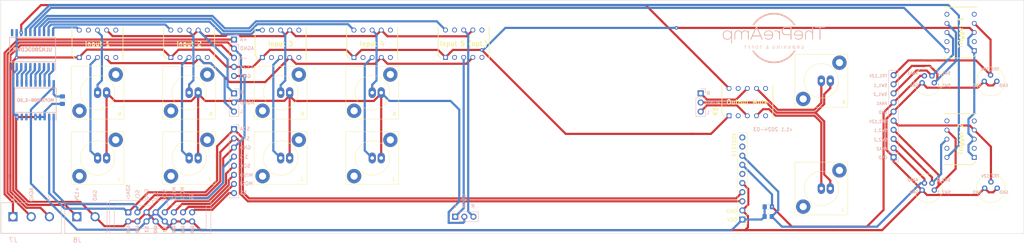
<source format=kicad_pcb>
(kicad_pcb (version 20221018) (generator pcbnew)
  (title_block (comment 1 "Preamp pcb dim 140 x 65 mm  Mounting holes 3.2 mm 5mm from edges"))
  (layers (0 "F.Cu" signal) (31 "B.Cu" signal) (34 "B.Paste" user) (35 "F.Paste" user) (36 "B.SilkS" user "B.Silkscreen") (37 "F.SilkS" user "F.Silkscreen") (38 "B.Mask" user) (39 "F.Mask" user) (44 "Edge.Cuts" user))
  (net 0 "")
  (net 1 "I2C:SCL")
  (net 2 "Audio L")
  (net 3 "Audio R")
  (net 4 "GNDA")
  (net 5 "+3.3V")
  (net 6 "+12V")
  (net 7 "A0")
  (net 8 "I2C:SDA")
  (net 9 "A1")
  (net 10 "Audio R out")
  (net 11 "Audio L out")
  (net 16 "RELAY1")
  (net 21 "RELAY2")
  (net 26 "RELAY3")
  (net 31 "RELAY4")
  (net 36 "RELAY5")
  (net 37 "Net-(IC1-1B)")
  (net 38 "Net-(IC1-2B)")
  (net 39 "+15V")
  (net 40 "-15V")
  (net 41 "Net-(IC1-3B)")
  (net 42 "Net-(IC1-4B)")
  (net 43 "Net-(IC1-5B)")
  (net 44 "Net-(IC1-6B)")
  (net 45 "Net-(IC1-7B)")
  (net 46 "Net-(IC1-8B)")
  (net 49 "RELAY8")
  (net 50 "RELAY7")
  (net 51 "RELAY6")
  (net 52 "Net-(RCA1-In)")
  (net 53 "Net-(RCA5-In)")
  (net 54 "Net-(RCA2-In)")
  (net 55 "Net-(RCA6-In)")
  (net 56 "Net-(RCA3-In)")
  (net 57 "Net-(RCA7-In)")
  (net 58 "Net-(RCA4-In)")
  (net 59 "Net-(RCA8-In)")
  (net 60 "Net-(RCA9-In)")
  (net 61 "Net-(RCA10-In)")
  (net 72 "Net-(J5-Pin_1)")
  (net 73 "Net-(J5-Pin_3)")
  (net 75 "SPI:SS")
  (net 76 "SPI:SCK")
  (net 77 "SPI:MOSI")
  (net 78 "SPI:MISO")
  (net 79 "GNDA_OUT")
  (net 86 "Trigger 2 12V out")
  (net 87 "Switch 2 pin 2")
  (net 88 "Switch 2 pin 1")
  (net 89 "Trigger 1 12V out")
  (net 90 "Switch 1 pin 2")
  (net 91 "Switch 1 pin 1")
  (net 92 "GND")
  (footprint "RCA ALI:RCA Connector ALI" (layer "F.Cu") (at 87.58 120.74)
    (fp_text reference "RCA3" hide)
    (fp_text value "RCA_Connector_ALI")
  )
  (footprint "Connector_M8:M8 3 pin" (layer "F.Cu") (at 285.43 129.15)
    (fp_text reference "J14" hide)
    (fp_text value "Conn_01x03" hide)
  )
  (footprint "MountingHole:MountingHole_3.2mm_M3" (layer "F.Cu") (at 74.58 81.74)
    (fp_text reference "REF**" hide)
    (fp_text value "MountingHole_3.2mm_M3")
  )
  (footprint "RCA ALI:RCA Connector ALI" (layer "F.Cu") (at 62.08 102.54)
    (fp_text reference "RCA7" hide)
    (fp_text value "RCA_Connector_ALI")
  )
  (footprint "EA2-12NJ:DIPS762W60P254L1420H630Q10N" (layer "F.Cu") (at 133.48 92.71 90)
    (fp_text reference "K2" hide)
    (fp_text value "Input 5 (opt.)")
  )
  (footprint "EA2-12NJ:DIPS762W60P254L1420H630Q10N" (layer "F.Cu") (at 107.98 92.74 90)
    (fp_text reference "K5" hide)
    (fp_text value "Input 4")
  )
  (footprint "MountingHole:MountingHole_3.2mm_M3" (layer "F.Cu") (at 204.58 81.74)
    (fp_text reference "REF**" hide)
    (fp_text value "MountingHole_3.2mm_M3")
  )
  (footprint "Connector_M8:M8 4 pin" (layer "F.Cu") (at 267.96 129.19)
    (fp_text reference "J13" hide)
    (fp_text value "Conn_01x04" hide)
  )
  (footprint "EA2-12NJ:DIPS762W60P254L1420H630Q10N" (layer "F.Cu") (at 56.98 92.74 90)
    (fp_text reference "K3" hide)
    (fp_text value "Input 2")
  )
  (footprint "EA2-12NJ:DIPS762W60P254L1420H630Q10N" (layer "F.Cu") (at 31.48 92.74 90)
    (fp_text reference "K1" hide)
    (fp_text value "Input 1")
  )
  (footprint "Connector_M8:M8 4 pin" (layer "F.Cu") (at 267.95 99.31)
    (fp_text reference "J11" hide)
    (fp_text value "Conn_01x04" hide)
  )
  (footprint "RCA ALI:RCA Connector ALI" (layer "F.Cu") (at 113.08 102.54)
    (fp_text reference "RCA9" hide)
    (fp_text value "RCA_Connector_ALI")
  )
  (footprint "EA2-12NJ:DIPS762W60P254L1420H630Q10N" (layer "F.Cu") (at 280.78 90.86 180)
    (fp_text reference "K7" hide)
    (fp_text value "Trigger 1")
  )
  (footprint "MountingHole:MountingHole_3.2mm_M3" (layer "F.Cu") (at 204.58 136.74)
    (fp_text reference "REF**" hide)
    (fp_text value "MountingHole_3.2mm_M3" hide)
  )
  (footprint "Connector_PinHeader_2.54mm:PinHeader_1x10_P2.54mm_Vertical" (layer "F.Cu") (at 216.18 137.88 180)
    (fp_text reference "J9" hide)
    (fp_text value "ADS1115")
  )
  (footprint "RCA ALI:RCA Connector ALI" (layer "F.Cu") (at 36.58 120.74)
    (fp_text reference "RCA1" hide)
    (fp_text value "RCA_Connector_ALI")
  )
  (footprint "EA2-12NJ:DIPS762W60P254L1420H630Q10N" (layer "F.Cu") (at 82.48 92.74 90)
    (fp_text reference "K4" hide)
    (fp_text value "Input 3")
  )
  (footprint "RCA ALI:RCA Connector ALI" (layer "F.Cu") (at 36.58 102.54)
    (fp_text reference "RCA6" hide)
    (fp_text value "RCA_Connector_ALI")
  )
  (footprint "RCA ALI:RCA Connector ALI" (layer "F.Cu") (at 113.08 120.74)
    (fp_text reference "RCA4" hide)
    (fp_text value "RCA_Connector_ALI")
  )
  (footprint "RCA ALI:RCA Connector ALI" (layer "F.Cu") (at 87.58 102.54)
    (fp_text reference "RCA8" hide)
    (fp_text value "RCA_Connector_ALI")
  )
  (footprint "EA2-12NJ:DIPS762W60P254L1420H630Q10N" (layer "F.Cu") (at 280.78 120.58 180)
    (fp_text reference "K8" hide)
    (fp_text value "Trigger 2")
  )
  (footprint "RCA ALI:RCA Connector ALI" (layer "F.Cu") (at 238.18 99.24)
    (fp_text reference "RCA10" hide)
    (fp_text value "RCA_Connector_ALI")
  )
  (footprint "Connector_M8:M8 3 pin" (layer "F.Cu") (at 285.33 99.39)
    (fp_text reference "J12" hide)
    (fp_text value "Conn_01x03" hide)
  )
  (footprint "RCA ALI:RCA Connector ALI" (layer "F.Cu") (at 62.08 120.74)
    (fp_text reference "RCA2" hide)
    (fp_text value "RCA_Connector_ALI")
  )
  (footprint "EA2-12NJ:DIPS762W60P254L1420H630Q10N" (layer "F.Cu") (at 212.49 108.98 90)
    (fp_text reference "K6")
    (fp_text value "Output Mute")
  )
  (footprint "RCA ALI:RCA Connector ALI" (layer "F.Cu") (at 238.18 129.24)
    (fp_text reference "RCA5" hide)
    (fp_text value "RCA_Connector_ALI")
  )
  (footprint "MountingHole:MountingHole_3.2mm_M3" (layer "F.Cu") (at 74.58 136.74)
    (fp_text reference "REF**" hide)
    (fp_text value "MountingHole_3.2mm_M3")
  )
  (footprint "Connector_IDC:IDC-Header_2x08_P2.54mm_Vertical" (layer "B.Cu") (at 45.13 135.87 -90)
    (fp_text reference "J3" hide)
    (fp_text value "Digital In")
  )
  (footprint "Resistor_SMD:R_0805_2012Metric_Pad1.20x1.40mm_HandSolder" (layer "B.Cu") (at 223.38 137.04 180)
    (fp_text reference "R2" hide)
    (fp_text value "10K")
  )
  (footprint "THEPREAMP_POWER_CON:TBP01R2-508-02BK (VERT)" (layer "B.Cu") (at 30.8 137.1)
    (fp_text reference "J8")
    (fp_text value "Relay Power In")
  )
  (footprint "The PreAmp logo:The PreAmp logo" (layer "B.Cu") (at 224.973641 87.363254 180)
    (fp_text reference "G***" hide)
    (fp_text value "LOGO" hide)
  )
  (footprint "Connector_PinSocket_2.54mm:PinSocket_1x10_P2.54mm_Vertical" (layer "B.Cu") (at 258.31 120.52)
    (fp_text reference "J10" hide)
    (fp_text value "Switch & trigger outputs and analog inputs")
  )
  (footprint "ULN2803:SOIC127P1030X265-20N" (layer "B.Cu") (at 18.48 90.54 90)
    (fp_text reference "IC1" hide)
    (fp_text value "ULN2803CDWR")
  )
  (footprint "Connector_PinHeader_2.54mm:PinHeader_1x03_P2.54mm_Vertical" (layer "B.Cu") (at 136.195 137.09 -90)
    (fp_text reference "J5" hide)
    (fp_text value "Conn_01x03_Pin")
  )
  (footprint "Connector_PinHeader_2.54mm:PinHeader_1x03_P2.54mm_Vertical" (layer "B.Cu") (at 74.58 102.74 180)
    (fp_text reference "J1" hide)
    (fp_text value "To preamp")
  )
  (footprint "Connector_PinHeader_2.54mm:PinHeader_1x05_P2.54mm_Vertical" (layer "B.Cu") (at 74.58 87.74 180)
    (fp_text reference "J6" hide)
    (fp_text value "Power Out")
  )
  (footprint "Capacitor_SMD:C_0805_2012Metric_Pad1.18x1.45mm_HandSolder" (layer "B.Cu") (at 26.77 104.63 -90)
    (fp_text reference "C1" hide)
    (fp_text value "0.1uF")
  )
  (footprint "Connector_PinHeader_2.54mm:PinHeader_1x03_P2.54mm_Vertical" (layer "B.Cu") (at 204.58 102.74 180)
    (fp_text reference "J2" hide)
    (fp_text value "From preamp")
  )
  (footprint "MCP23008:SOIC127P1030X265-18N" (layer "B.Cu") (at 19.28 104.64 90)
    (fp_text reference "U1" hide)
    (fp_text value "MCP23008-E_SO")
  )
  (footprint "Connector_PinHeader_2.54mm:PinHeader_1x08_P2.54mm_Vertical" (layer "B.Cu") (at 74.58 112.74 180)
    (fp_text reference "J4" hide)
    (fp_text value "Digital Pass Through")
  )
  (footprint "Resistor_SMD:R_0805_2012Metric_Pad1.20x1.40mm_HandSolder" (layer "B.Cu") (at 223.41 134.33)
    (fp_text reference "R1" hide)
    (fp_text value "10K")
  )
  (footprint "THEPREAMP_POWER_CON:TBP01R2-508-03BK (VERT)" (layer "B.Cu") (at 13.01 137.1)
    (fp_text reference "J7")
    (fp_text value "Audio Power In")
  )
  (gr_rect (start 9.61 76.78) (end 294.61 141.78) (stroke (width 0.1)) (fill none) (layer "Edge.Cuts"))
  (gr_text "R" (at 207.3 103.34) (layer "B.SilkS") (effects (font (size 1 1)) (justify left bottom mirror)))
  (gr_text "GND" (at 79.377619 118.4478) (layer "B.SilkS") (effects (font (size 1 1)) (justify left bottom mirror)))
  (gr_text "SW1_1" (at 256.66 101) (layer "B.SilkS") (effects (font (size 0.8 0.8)) (justify left bottom mirror)))
  (gr_text "3.3" (at 50.72 139.46 90) (layer "B.SilkS") (effects (font (size 0.8 0.8)) (justify left bottom mirror)))
  (gr_text "GND" (at 48.13 139.46 90) (layer "B.SilkS") (effects (font (size 0.8 0.7)) (justify left bottom mirror)))
  (gr_text "+12V" (at 80.33 96.0196) (layer "B.SilkS") (effects (font (size 1 1)) (justify left bottom mirror)))
  (gr_text "AGND" (at 18.76 128.9 90) (layer "B.SilkS") (effects (font (size 1 1)) (justify left bottom mirror)))
  (gr_text "MISO" (at 79.949047 126.1186) (layer "B.SilkS") (effects (font (size 1 1)) (justify left bottom mirror)))
  (gr_text "3.3" (at 53.4032 129.878572 90) (layer "B.SilkS") (effects (font (size 1 1)) (justify left bottom mirror)))
  (gr_text "SW2_2" (at 274.32 127.3) (layer "B.SilkS") (effects (font (size 0.8 0.8)) (justify left bottom mirror)))
  (gr_text "GND" (at 265.32 101) (layer "B.SilkS") (effects (font (size 0.8 0.8)) (justify left bottom mirror)))
  (gr_text "R" (at 141.75 134.72) (layer "B.SilkS") (effects (font (size 1 1)) (justify left bottom mirror)))
  (gr_text "ANA2" (at 265.2 127.3) (layer "B.SilkS") (effects (font (size 0.8 0.8)) (justify left bottom mirror)))
  (gr_text "-A" (at 78.425238 93.4796) (layer "B.SilkS") (effects (font (size 1 1)) (justify left bottom mirror)))
  (gr_text "MOSI" (at 60.82 128.640477 90) (layer "B.SilkS") (effects (font (size 1 1)) (justify left bottom mirror)))
  (gr_text "3.3" (at 55.82 139.46 90) (layer "B.SilkS") (effects (font (size 0.8 0.8)) (justify left bottom mirror)))
  (gr_text "GND" (at 58.3 139.46 90) (layer "B.SilkS") (effects (font (size 0.8 0.7)) (justify left bottom mirror)))
  (gr_text "SDA" (at 79.139524 113.2154) (layer "B.SilkS") (effects (font (size 1 1)) (justify left bottom mirror)))
  (gr_text "GND" (at 256.68 108.49) (layer "B.SilkS") (effects (font (size 0.8 0.8)) (justify left bottom mirror)))
  (gr_text "GND" (at 36.45 129.56 90) (layer "B.SilkS") (effects (font (size 1 1)) (justify left bottom mirror)))
  (gr_text "SW1_2" (at 256.59 103.49) (layer "B.SilkS") (effects (font (size 0.8 0.8)) (justify left bottom mirror)))
  (gr_text "SW1_2" (at 274.3 97.57) (layer "B.SilkS") (effects (font (size 0.8 0.8)) (justify left bottom mirror)))
  (gr_text "TR1_12V" (at 256.64 98.34) (layer "B.SilkS") (effects (font (size 0.8 0.8)) (justify left bottom mirror)))
  (gr_text "GND" (at 53.2 139.46 90) (layer "B.SilkS") (effects (font (size 0.8 0.7)) (justify left bottom mirror)))
  (gr_text "GND" (at 290.32 101.02) (layer "B.SilkS") (effects (font (size 0.8 0.8)) (justify left bottom mirror)))
  (gr_text "GND" (at 79.377619 98.5342) (layer "B.SilkS") (effects (font (size 1 1)) (justify left bottom mirror)))
  (gr_text "v1.1 2024-03 " (at 230.16 113.36) (layer "B.SilkS") (effects (font (size 1 1)) (justify left bottom mirror)))
  (gr_text "AGND" (at 80.234762 105.86) (layer "B.SilkS") (effects (font (size 1 1)) (justify left bottom mirror)))
  (gr_text "ANA1" (at 256.59 106) (layer "B.SilkS") (effects (font (size 0.8 0.8)) (justify left bottom mirror)))
  (gr_text "GND" (at 282.89 101.02) (layer "B.SilkS") (effects (font (size 0.8 0.8)) (justify left bottom mirror)))
  (gr_text "R" (at 77.33 103.03) (layer "B.SilkS") (effects (font (size 1 1)) (justify left bottom mirror)))
  (gr_text "SW2_1" (at 274.32 130.74) (layer "B.SilkS") (effects (font (size 0.8 0.8)) (justify left bottom mirror)))
  (gr_text "GND" (at 63.41 139.46 90) (layer "B.SilkS") (effects (font (size 0.8 0.7)) (justify left bottom mirror)))
  (gr_text "TR2_12V" (at 256.61 111.05) (layer "B.SilkS") (effects (font (size 0.8 0.8)) (justify left bottom mirror)))
  (gr_text "SW1_1" (at 274.3 101.01) (layer "B.SilkS") (effects (font (size 0.8 0.8)) (justify left bottom mirror)))
  (gr_text "3.3" (at 78.710952 121.0386) (layer "B.SilkS") (effects (font (size 1 1)) (justify left bottom mirror)))
  (gr_text "ANA2" (at 256.62 118.68) (layer "B.SilkS") (effects (font (size 0.8 0.8)) (justify left bottom mirror)))
  (gr_text "SDA" (at 45.69 128.03 90) (layer "B.SilkS") (effects (font (size 1 1)) (justify left bottom mirror)))
  (gr_text "GND" (at 282.91 130.75) (layer "B.SilkS") (effects (font (size 0.8 0.8)) (justify left bottom mirror)))
  (gr_text "GND" (at 256.64 121.09) (layer "B.SilkS") (effects (font (size 0.8 0.8)) (justify left bottom mirror)))
  (gr_text "GND" (at 60.84 139.46 90) (layer "B.SilkS") (effects (font (size 0.8 0.7)) (justify left bottom mirror)))
  (gr_text "TR2_12V" (at 287.83 126.22) (layer "B.SilkS") (effects (font (size 0.8 0.8)) (justify left bottom mirror)))
  (gr_text "SW2_2" (at 256.72 116.13) (layer "B.SilkS") (effects (font (size 0.8 0.8)) (justify left bottom mirror)))
  (gr_text "MOSI" (at 79.949047 128.4554) (layer "B.SilkS") (effects (font (size 1 1)) (justify left bottom mirror)))
  (gr_text "AGND" (at 80.234762 90.78) (layer "B.SilkS") (effects (font (size 1 1)) (justify left bottom mirror)))
  (gr_text "L" (at 207.1 108.58) (layer "B.SilkS") (effects (font (size 1 1)) (justify left bottom mirror)))
  (gr_text "+A" (at 78.425238 88.298) (layer "B.SilkS") (effects (font (size 1 1)) (justify left bottom mirror)))
  (gr_text "AGND" (at 210.07 105.9) (layer "B.SilkS") (effects (font (size 1 1)) (justify left bottom mirror)))
  (gr_text "+A" (at 13.64 130.68 90) (layer "B.SilkS") (effects (font (size 1 1)) (justify left bottom mirror)))
  (gr_text "L" (at 136.59 134.72) (layer "B.SilkS") (effects (font (size 1 1)) (justify left bottom mirror)))
  (gr_text "SS" (at 63.3346 130.354762 90) (layer "B.SilkS") (effects (font (size 1 1)) (justify left bottom mirror)))
  (gr_text "L" (at 77.139524 108.2878) (layer "B.SilkS") (effects (font (size 1 1)) (justify left bottom mirror)))
  (gr_text "SW2_1" (at 256.7 113.53) (layer "B.SilkS") (effects (font (size 0.8 0.8)) (justify left bottom mirror)))
  (gr_text "SCL" (at 79.091905 115.9586) (layer "B.SilkS") (effects (font (size 1 1)) (justify left bottom mirror)))
  (gr_text "SCL" (at 48.3232 129.497619 90) (layer "B.SilkS") (effects (font (size 1 1)) (justify left bottom mirror)))
  (gr_text "ANA1" (at 265.18 97.57) (layer "B.SilkS") (effects (font (size 0.8 0.8)) (justify left bottom mirror)))
  (gr_text "TR1_12V" (at 287.81 96.49) (layer "B.SilkS") (effects (font (size 0.8 0.8)) (justify left bottom mirror)))
  (gr_text "GND" (at 265.34 130.73) (layer "B.SilkS") (effects (font (size 0.8 0.8)) (justify left bottom mirror)))
  (gr_text "-A" (at 23.49 130.66 90) (layer "B.SilkS") (effects (font (size 1 1)) (justify left bottom mirror)))
  (gr_text "GND" (at 45.62 139.46 90) (layer "B.SilkS") (effects (font (size 0.8 0.7)) (justify left bottom mirror)))
  (gr_text "AGND" (at 138.03 134.79 -90) (layer "B.SilkS") (effects (font (size 1 1)) (justify left bottom mirror)))
  (gr_text "SS" (at 78.234762 130.97) (layer "B.SilkS") (effects (font (size 1 1)) (justify left bottom mirror)))
  (gr_text "GND" (at 290.34 130.75) (layer "B.SilkS") (effects (font (size 0.8 0.8)) (justify left bottom mirror)))
  (gr_text "SCK" (at 79.282381 123.5532) (layer "B.SilkS") (effects (font (size 1 1)) (justify left bottom mirror)))
  (gr_text "GND" (at 50.8124 129.211905 90) (layer "B.SilkS") (effects (font (size 1 1)) (justify left bottom mirror)))
  (gr_text "SCK" (at 55.9178 129.307143 90) (layer "B.SilkS") (effects (font (size 1 1)) (justify left bottom mirror)))
  (gr_text "MISO" (at 58.4832 128.640477 90) (layer "B.SilkS") (effects (font (size 1 1)) (justify left bottom mirror)))
  (gr_text "+12V" (at 31.41 128.71 90) (layer "B.SilkS") (effects (font (size 1 1)) (justify left bottom mirror)))
  (gr_text "R" (at 42.11 109.12) (layer "F.SilkS") (effects (font (size 1 1)) (justify left bottom)))
  (gr_text "L" (at 67.52 127.13) (layer "F.SilkS") (effects (font (size 1 1)) (justify left bottom)))
  (gr_text "R" (at 67.54 109.11) (layer "F.SilkS") (effects (font (size 1 1)) (justify left bottom)))
  (gr_text "L" (at 118.61 127.12) (layer "F.SilkS") (effects (font (size 1 1)) (justify left bottom)))
  (gr_text "VDD" (at 211.83 138.53) (layer "F.SilkS") (effects (font (size 1 1)) (justify left bottom)))
  (gr_text "ADS1115" (at 213.24 113.7 -90) (layer "F.SilkS") (effects (font (size 1 1)) (justify left bottom)))
  (gr_text "L" (at 243.69 135.68) (layer "F.SilkS") (effects (font (size 1 1)) (justify left bottom)))
  (gr_text "L" (at 93.06 127.1) (layer "F.SilkS") (effects (font (size 1 1)) (justify left bottom)))
  (gr_text "R" (at 118.63 109.1) (layer "F.SilkS") (effects (font (size 1 1)) (justify left bottom)))
  (gr_text "L" (at 42.09 127.14) (layer "F.SilkS") (effects (font (size 1 1)) (justify left bottom)))
  (gr_text "R" (at 93.08 109.08) (layer "F.SilkS") (effects (font (size 1 1)) (justify left bottom)))
  (gr_text "GND" (at 211.62 136.16) (layer "F.SilkS") (effects (font (size 1 1)) (justify left bottom)))
  (gr_text "R" (at 243.85 105.87) (layer "F.SilkS") (effects (font (size 1 1)) (justify left bottom)))
  (segment (start 70.76 127.27452) (end 66.93726 131.09726) (width 0.6) (layer "F.Cu") (net 1))
  (segment (start 74.58 115.28) (end 70.75 119.11) (width 0.6) (layer "F.Cu") (net 1))
  (segment (start 76.229511 116.229511) (end 74.88 114.88) (width 0.6) (layer "F.Cu") (net 1))
  (segment (start 70.76 119.12) (end 70.76 127.27452) (width 0.6) (layer "F.Cu") (net 1))
  (segment (start 52.44274 131.09726) (end 47.67 135.87) (width 0.6) (layer "F.Cu") (net 1))
  (segment (start 216.18 132.8) (end 78.44 132.8) (width 0.6) (layer "F.Cu") (net 1))
  (segment (start 78.44 132.8) (end 76.229511 130.589511) (width 0.6) (layer "F.Cu") (net 1))
  (segment (start 66.93726 131.09726) (end 52.44274 131.09726) (width 0.6) (layer "F.Cu") (net 1))
  (segment (start 76.229511 130.589511) (end 76.229511 116.229511) (width 0.6) (layer "F.Cu") (net 1))
  (segment (start 70.75 119.11) (end 70.76 119.12) (width 0.6) (layer "F.Cu") (net 1))
  (segment (start 47.67 134.65) (end 47.67 135.87) (width 0.6) (layer "B.Cu") (net 1))
  (segment (start 24.36 109.315) (end 24.36 130.16) (width 0.6) (layer "B.Cu") (net 1))
  (segment (start 46.6 133.58) (end 47.67 134.65) (width 0.6) (layer "B.Cu") (net 1))
  (segment (start 27.78 133.58) (end 46.6 133.58) (width 0.6) (layer "B.Cu") (net 1))
  (segment (start 24.36 130.16) (end 27.78 133.58) (width 0.6) (layer "B.Cu") (net 1))
  (segment (start 63.425489 94.314511) (end 64.6 93.14) (width 0.6) (layer "F.Cu") (net 2))
  (segment (start 90.1 92.74) (end 83.25 99.59) (width 0.6) (layer "F.Cu") (net 2))
  (segment (start 39.1 93.14) (end 40.274511 94.314511) (width 0.6) (layer "F.Cu") (net 2))
  (segment (start 113.84 94.5) (end 91.86 94.5) (width 0.6) (layer "F.Cu") (net 2))
  (segment (start 64.6 92.74) (end 66.15 94.29) (width 0.6) (layer "F.Cu") (net 2))
  (segment (start 115.6 92.74) (end 117.35 94.49) (width 0.6) (layer "F.Cu") (net 2))
  (segment (start 73.39 99.59) (end 68.09 94.29) (width 0.6) (layer "F.Cu") (net 2))
  (segment (start 40.274511 94.314511) (end 63.425489 94.314511) (width 0.6) (layer "F.Cu") (net 2))
  (segment (start 83.25 99.59) (end 73.39 99.59) (width 0.6) (layer "F.Cu") (net 2))
  (segment (start 91.86 94.5) (end 90.1 92.74) (width 0.6) (layer "F.Cu") (net 2))
  (segment (start 117.35 94.49) (end 139.32 94.49) (width 0.6) (layer "F.Cu") (net 2))
  (segment (start 68.09 94.29) (end 66.15 94.29) (width 0.6) (layer "F.Cu") (net 2))
  (segment (start 139.32 94.49) (end 141.1 92.71) (width 0.6) (layer "F.Cu") (net 2))
  (segment (start 115.6 92.74) (end 113.84 94.5) (width 0.6) (layer "F.Cu") (net 2))
  (segment (start 68.08 94.32) (end 71.98048 98.22048) (width 0.6) (layer "B.Cu") (net 2))
  (segment (start 64.6 92.74) (end 66.18 94.32) (width 0.6) (layer "B.Cu") (net 2))
  (segment (start 71.98048 105.22048) (end 74.58 107.82) (width 0.6) (layer "B.Cu") (net 2))
  (segment (start 66.18 94.32) (end 68.08 94.32) (width 0.6) (layer "B.Cu") (net 2))
  (segment (start 71.98048 98.22048) (end 71.98048 105.22048) (width 0.6) (layer "B.Cu") (net 2))
  (segment (start 66.23 86.75) (end 72.28 86.75) (width 0.6) (layer "F.Cu") (net 3))
  (segment (start 115.6 85.12) (end 117.32 86.84) (width 0.6) (layer "F.Cu") (net 3))
  (segment (start 117.32 86.84) (end 139.35 86.84) (width 0.6) (layer "F.Cu") (net 3))
  (segment (start 77.28 86.82) (end 77.3 86.8) (width 0.6) (layer "F.Cu") (net 3))
  (segment (start 113.92 86.8) (end 115.6 85.12) (width 0.6) (layer "F.Cu") (net 3))
  (segment (start 64.6 85.12) (end 62.92 86.8) (width 0.6) (layer "F.Cu") (net 3))
  (segment (start 90.1 85.12) (end 91.78 86.8) (width 0.6) (layer "F.Cu") (net 3))
  (segment (start 88.42 86.8) (end 90.1 85.12) (width 0.6) (layer "F.Cu") (net 3))
  (segment (start 40.78 86.8) (end 39.1 85.12) (width 0.6) (layer "F.Cu") (net 3))
  (segment (start 75.79 86.25) (end 76.36 86.82) (width 0.6) (layer "F.Cu") (net 3))
  (segment (start 76.36 86.82) (end 77.28 86.82) (width 0.6) (layer "F.Cu") (net 3))
  (segment (start 91.78 86.8) (end 113.92 86.8) (width 0.6) (layer "F.Cu") (net 3))
  (segment (start 62.92 86.8) (end 40.78 86.8) (width 0.6) (layer "F.Cu") (net 3))
  (segment (start 64.6 85.12) (end 66.23 86.75) (width 0.6) (layer "F.Cu") (net 3))
  (segment (start 139.35 86.84) (end 141.1 85.09) (width 0.6) (layer "F.Cu") (net 3))
  (segment (start 72.28 86.75) (end 72.78 86.25) (width 0.6) (layer "F.Cu") (net 3))
  (segment (start 77.3 86.8) (end 88.42 86.8) (width 0.6) (layer "F.Cu") (net 3))
  (segment (start 72.78 86.25) (end 75.79 86.25) (width 0.6) (layer "F.Cu") (net 3))
  (segment (start 72.78 100.94) (end 74.58 102.74) (width 0.6) (layer "B.Cu") (net 3))
  (segment (start 72.78 93.3) (end 72.78 100.94) (width 0.6) (layer "B.Cu") (net 3))
  (segment (start 64.6 85.12) (end 72.78 93.3) (width 0.6) (layer "B.Cu") (net 3))
  (segment (start 74.58 105.28) (end 75.04 104.82) (width 0.6) (layer "F.Cu") (net 4))
  (segment (start 11.48 130.49) (end 11.48 91.794416) (width 0.6) (layer "F.Cu") (net 4))
  (segment (start 90.08 103.43) (end 91.51 104.86) (width 0.6) (layer "F.Cu") (net 4))
  (segment (start 64.58 102.54) (end 64.58 102.96) (width 0.6) (layer "F.Cu") (net 4))
  (segment (start 18.09 137.1) (end 11.48 130.49) (width 0.6) (layer "F.Cu") (net 4))
  (segment (start 91.51 104.86) (end 113.51 104.86) (width 0.6) (layer "F.Cu") (net 4))
  (segment (start 90.08 102.54) (end 90.08 120.74) (width 0.6) (layer "F.Cu") (net 4))
  (segment (start 115.58 102.79) (end 115.58 102.54) (width 0.6) (layer "F.Cu") (net 4))
  (segment (start 90.08 102.54) (end 90.08 103.43) (width 0.6) (layer "F.Cu") (net 4))
  (segment (start 66.59 104.85) (end 64.58 102.84) (width 0.6) (layer "F.Cu") (net 4))
  (segment (start 39.08 120.74) (end 39.08 102.54) (width 0.6) (layer "F.Cu") (net 4))
  (segment (start 64.58 102.54) (end 64.58 104.13) (width 0.6) (layer "F.Cu") (net 4))
  (segment (start 74.15 104.85) (end 66.59 104.85) (width 0.6) (layer "F.Cu") (net 4))
  (segment (start 64.58 102.54) (end 64.58 120.74) (width 0.6) (layer "F.Cu") (net 4))
  (segment (start 64.58 102.96) (end 62.67 104.87) (width 0.6) (layer "F.Cu") (net 4))
  (segment (start 74.58 105.28) (end 74.15 104.85) (width 0.6) (layer "F.Cu") (net 4))
  (segment (start 75.04 104.82) (end 88.62 104.82) (width 0.6) (layer "F.Cu") (net 4))
  (segment (start 90.08 103.36) (end 90.08 102.54) (width 0.6) (layer "F.Cu") (net 4))
  (segment (start 64.58 102.84) (end 64.58 102.54) (width 0.6) (layer "F.Cu") (net 4))
  (segment (start 11.48 91.794416) (end 14.734415 88.54) (width 0.6) (layer "F.Cu") (net 4))
  (segment (start 88.62 104.82) (end 90.08 103.36) (width 0.6) (layer "F.Cu") (net 4))
  (segment (start 17.68 137.04) (end 17.76 137.04) (width 0.6) (layer "F.Cu") (net 4))
  (segment (start 72.84 88.54) (end 74.58 90.28) (width 0.6) (layer "F.Cu") (net 4))
  (segment (start 14.734415 88.54) (end 72.84 88.54) (width 0.6) (layer "F.Cu") (net 4))
  (segment (start 41.41 104.87) (end 39.08 102.54) (width 0.6) (layer "F.Cu") (net 4))
  (segment (start 64.58 102.54) (end 64.58 103.87) (width 0.6) (layer "F.Cu") (net 4))
  (segment (start 113.51 104.86) (end 115.58 102.79) (width 0.6) (layer "F.Cu") (net 4))
  (segment (start 115.58 102.54) (end 115.58 120.74) (width 0.6) (layer "F.Cu") (net 4))
  (segment (start 62.67 104.87) (end 41.41 104.87) (width 0.6) (layer "F.Cu") (net 4))
  (segment (start 65.24 102.54) (end 64.58 102.54) (width 0.6) (layer "F.Cu") (net 4))
  (segment (start 138.735 137.09) (end 138.735 138.485) (width 0.6) (layer "B.Cu") (net 4))
  (segment (start 134.38 135.82) (end 137.32 132.88) (width 0.6) (layer "B.Cu") (net 4))
  (segment (start 138.735 138.485) (end 138.42 138.8) (width 0.6) (layer "B.Cu") (net 4))
  (segment (start 137.32 132.88) (end 137.32 107.27) (width 0.6) (layer "B.Cu") (net 4))
  (segment (start 76.51 92.21) (end 76.51 104.15) (width 0.6) (layer "B.Cu") (net 4))
  (segment (start 134.38 138.8) (end 134.38 135.82) (width 0.6) (layer "B.Cu") (net 4))
  (segment (start 76.51 104.15) (end 75.93 104.73) (width 0.6) (layer "B.Cu") (net 4))
  (segment (start 134.9 104.85) (end 117.89 104.85) (width 0.6) (layer "B.Cu") (net 4))
  (segment (start 137.32 107.27) (end 134.9 104.85) (width 0.6) (layer "B.Cu") (net 4))
  (segment (start 138.42 138.8) (end 134.38 138.8) (width 0.6) (layer "B.Cu") (net 4))
  (segment (start 75.13 104.73) (end 74.58 105.28) (width 0.6) (layer "B.Cu") (net 4))
  (segment (start 75.93 104.73) (end 75.13 104.73) (width 0.6) (layer "B.Cu") (net 4))
  (segment (start 74.58 90.28) (end 76.51 92.21) (width 0.6) (layer "B.Cu") (net 4))
  (segment (start 117.89 104.85) (end 115.58 102.54) (width 0.6) (layer "B.Cu") (net 4))
  (segment (start 17.9425 109.3825) (end 18.01 109.315) (width 0.6) (layer "B.Cu") (net 5))
  (segment (start 48.985 139.635) (end 52.75 135.87) (width 0.6) (layer "B.Cu") (net 5))
  (segment (start 213.24 140.82) (end 57.7 140.82) (width 0.6) (layer "B.Cu") (net 5))
  (segment (start 67.26 131.92) (end 71.56 127.62) (width 0.6) (layer "B.Cu") (net 5))
  (segment (start 24.36 100.944022) (end 24.36 99.965) (width 0.6) (layer "B.Cu") (net 5))
  (segment (start 222.38 134.44) (end 222.48 134.34) (width 0.6) (layer "B.Cu") (net 5))
  (segment (start 18.01 107.294022) (end 24.36 100.944022) (width 0.6) (layer "B.Cu") (net 5))
  (segment (start 47.91 140.71) (end 48.985 139.635) (width 0.6) (layer "B.Cu") (net 5))
  (segment (start 18.01 109.315) (end 18.01 107.294022) (width 0.6) (layer "B.Cu") (net 5))
  (segment (start 30.86 140.71) (end 47.91 140.71) (width 0.6) (layer "B.Cu") (net 5))
  (segment (start 26.77 103.5925) (end 24.9325 103.5925) (width 0.6) (layer "B.Cu") (net 5))
  (segment (start 71.56 123.38) (end 74.58 120.36) (width 0.6) (layer "B.Cu") (net 5))
  (segment (start 24.36 103.02) (end 24.36 99.965) (width 0.6) (layer "B.Cu") (net 5))
  (segment (start 71.56 127.62) (end 71.56 123.38) (width 0.6) (layer "B.Cu") (net 5))
  (segment (start 216.18 137.88) (end 221.54 137.88) (width 0.6) (layer "B.Cu") (net 5))
  (segment (start 216.18 137.88) (end 213.24 140.82) (width 0.6) (layer "B.Cu") (net 5))
  (segment (start 56.7 131.92) (end 67.26 131.92) (width 0.6) (layer "B.Cu") (net 5))
  (segment (start 48.985 139.635) (end 50.21 138.41) (width 0.6) (layer "B.Cu") (net 5))
  (segment (start 18.01 127.86) (end 30.86 140.71) (width 0.6) (layer "B.Cu") (net 5))
  (segment (start 24.9325 103.5925) (end 24.36 103.02) (width 0.6) (layer "B.Cu") (net 5))
  (segment (start 57.7 140.82) (end 52.75 135.87) (width 0.6) (layer "B.Cu") (net 5))
  (segment (start 18.01 109.315) (end 18.01 127.86) (width 0.6) (layer "B.Cu") (net 5))
  (segment (start 52.75 135.87) (end 56.7 131.92) (width 0.6) (layer "B.Cu") (net 5))
  (segment (start 221.54 137.88) (end 222.38 137.04) (width 0.6) (layer "B.Cu") (net 5))
  (segment (start 222.38 137.04) (end 222.38 134.44) (width 0.6) (layer "B.Cu") (net 5))
  (segment (start 30.8 137.1) (end 30.8 137.03) (width 0.6) (layer "F.Cu") (net 6))
  (segment (start 31.48 92.62) (end 33.54 90.56) (width 0.6) (layer "F.Cu") (net 6))
  (segment (start 133.48 92.69) (end 131.43 90.64) (width 0.6) (layer "F.Cu") (net 6))
  (segment (start 74.58 95.36) (end 72.554511 95.36) (width 0.6) (layer "F.Cu") (net 6))
  (segment (start 67.774511 90.58) (end 59.14 90.58) (width 0.6) (layer "F.Cu") (net 6))
  (segment (start 17.05274 133.8) (end 13.08 129.82726) (width 0.6) (layer "F.Cu") (net 6))
  (segment (start 84.6 90.62) (end 105.86 90.62) (width 0.6) (layer "F.Cu") (net 6))
  (segment (start 33.54 90.56) (end 54.8 90.56) (width 0.6) (layer "F.Cu") (net 6))
  (segment (start 280.78 85.78) (end 279.5 84.5) (width 0.6) (layer "F.Cu") (net 6))
  (segment (start 207.45 114.02) (end 212.49 108.98) (width 0.6) (layer "F.Cu") (net 6))
  (segment (start 143.6 90.64) (end 135.55 90.64) (width 0.6) (layer "F.Cu") (net 6))
  (segment (start 13.08 93.7) (end 13.485 93.295) (width 0.6) (layer "F.Cu") (net 6))
  (segment (start 31.48 92.74) (end 31.48 92.62) (width 0.6) (layer "F.Cu") (net 6))
  (segment (start 13.485 93.295) (end 14.03 92.75) (width 0.6) (layer "F.Cu") (net 6))
  (segment (start 202.37 114.02) (end 166.98 114.02) (width 0.6) (layer "F.Cu") (net 6))
  (segment (start 201.84 114.02) (end 202.37 114.02) (width 0.6) (layer "F.Cu") (net 6))
  (segment (start 110.08 90.64) (end 131.43 90.64) (width 0.6) (layer "F.Cu") (net 6))
  (segment (start 202.37 114.02) (end 207.45 114.02) (width 0.6) (layer "F.Cu") (net 6))
  (segment (start 13.08 129.82726) (end 13.08 93.7) (width 0.6) (layer "F.Cu") (net 6))
  (segment (start 279.5 84.5) (end 197.8 84.5) (width 0.6) (layer "F.Cu") (net 6))
  (segment (start 14.04 92.74) (end 31.48 92.74) (width 0.6) (layer "F.Cu") (net 6))
  (segment (start 135.55 90.64) (end 133.48 92.71) (width 0.6) (layer "F.Cu") (net 6))
  (segment (start 54.8 90.56) (end 56.98 92.74) (width 0.6) (layer "F.Cu") (net 6))
  (segment (start 27.53 133.8) (end 17.05274 133.8) (width 0.6) (layer "F.Cu") (net 6))
  (segment (start 30.8 137.03) (end 27.55 133.78) (width 0.6) (layer "F.Cu") (net 6))
  (segment (start 72.554511 95.36) (end 67.774511 90.58) (width 0.6) (layer "F.Cu") (net 6))
  (segment (start 74.58 95.36) (end 79.86 95.36) (width 0.6) (layer "F.Cu") (net 6))
  (segment (start 133.48 92.71) (end 133.48 92.69) (width 0.6) (layer "F.Cu") (net 6))
  (segment (start 105.86 90.62) (end 107.98 92.74) (width 0.6) (layer "F.Cu") (net 6))
  (segment (start 13.485 93.295) (end 14.04 92.74) (width 0.6) (layer "F.Cu") (net 6))
  (segment (start 79.86 95.36) (end 82.48 92.74) (width 0.6) (layer "F.Cu") (net 6))
  (segment (start 166.98 114.02) (end 143.6 90.64) (width 0.6) (layer "F.Cu") (net 6))
  (segment (start 56.98 92.74) (end 59.14 90.58) (width 0.6) (layer "F.Cu") (net 6))
  (segment (start 82.48 92.74) (end 84.6 90.62) (width 0.6) (layer "F.Cu") (net 6))
  (segment (start 107.98 92.74) (end 110.08 90.64) (width 0.6) (layer "F.Cu") (net 6))
  (segment (start 27.55 133.78) (end 27.53 133.8) (width 0.6) (layer "F.Cu") (net 6))
  (via (at 14.03 92.75) (size 1) (drill 0.4) (layers "F.Cu" "B.Cu") (net 6))
  (via (at 143.6 90.64) (size 1) (drill 0.4) (layers "F.Cu" "B.Cu") (net 6))
  (via (at 197.8 84.5) (size 1) (drill 0.4) (layers "F.Cu" "B.Cu") (net 6))
  (segment (start 150.16 84.5) (end 144.02 90.64) (width 0.6) (layer "B.Cu") (net 6))
  (segment (start 197.8 84.5) (end 150.16 84.5) (width 0.6) (layer "B.Cu") (net 6))
  (segment (start 280.78 85.78) (end 279.13 87.43) (width 0.6) (layer "B.Cu") (net 6))
  (segment (start 279.17 113.89) (end 280.78 115.5) (width 0.6) (layer "B.Cu") (net 6))
  (segment (start 279.13 89.21) (end 280.78 90.86) (width 0.6) (layer "B.Cu") (net 6))
  (segment (start 280.78 90.86) (end 280.78 108.3) (width 0.6) (layer "B.Cu") (net 6))
  (segment (start 280.78 108.3) (end 279.17 109.91) (width 0.6) (layer "B.Cu") (net 6))
  (segment (start 279.18 118.98) (end 280.78 120.58) (width 0.6) (layer "B.Cu") (net 6))
  (segment (start 279.17 109.91) (end 279.17 113.89) (width 0.6) (layer "B.Cu") (net 6))
  (segment (start 144.02 90.64) (end 143.6 90.64) (width 0.6) (layer "B.Cu") (net 6))
  (segment (start 280.78 115.5) (end 279.18 117.1) (width 0.6) (layer "B.Cu") (net 6))
  (segment (start 14.035 85.815) (end 14.03 85.82) (width 0.6) (layer "B.Cu") (net 6))
  (segment (start 279.13 87.43) (end 279.13 89.21) (width 0.6) (layer "B.Cu") (net 6))
  (segment (start 279.18 117.1) (end 279.18 118.98) (width 0.6) (layer "B.Cu") (net 6))
  (segment (start 14.03 85.82) (end 14.03 92.75) (width 0.6) (layer "B.Cu") (net 6))
  (segment (start 258.31 105.28) (end 255.52 108.07) (width 0.6) (layer "F.Cu") (net 7))
  (segment (start 255.52 135.2) (end 250.84 139.88) (width 0.6) (layer "F.Cu") (net 7))
  (segment (start 250.84 139.88) (end 230 139.88) (width 0.6) (layer "F.Cu") (net 7))
  (segment (start 255.52 108.07) (end 255.52 135.2) (width 0.6) (layer "F.Cu") (net 7))
  (segment (start 230 139.88) (end 224.45 134.33) (width 0.6) (layer "F.Cu") (net 7))
  (segment (start 259.035 104.555) (end 258.31 105.28) (width 0.6) (layer "F.Cu") (net 7))
  (segment (start 265.73 97.86) (end 259.035 104.555) (width 0.6) (layer "F.Cu") (net 7))
  (segment (start 266.9 97.86) (end 265.73 97.86) (width 0.6) (layer "F.Cu") (net 7))
  (via (at 224.45 134.33) (size 1) (drill 0.4) (layers "F.Cu" "B.Cu") (net 7))
  (segment (start 224.45 134.33) (end 224.45 130.91) (width 0.6) (layer "B.Cu") (net 7))
  (segment (start 224.45 130.91) (end 216.18 122.64) (width 0.6) (layer "B.Cu") (net 7))
  (segment (start 224.48 134.34) (end 224.45 134.33) (width 0.6) (layer "B.Cu") (net 7))
  (segment (start 74.58 112.74) (end 77.05 115.21) (width 0.6) (layer "F.Cu") (net 8))
  (segment (start 50.70274 130.29726) (end 66.60589 130.29726) (width 0.6) (layer "F.Cu") (net 8))
  (segment (start 77.029511 130.258141) (end 78.77137 132) (width 0.6) (layer "F.Cu") (net 8))
  (segment (start 214.44 132) (end 216.18 130.26) (width 0.6) (layer "F.Cu") (net 8))
  (segment (start 69.886575 127.016575) (end 69.886575 117.433425) (width 0.6) (layer "F.Cu") (net 8))
  (segment (start 77.05 115.21) (end 77.029511 115.230489) (width 0.6) (layer "F.Cu") (net 8))
  (segment (start 77.029511 115.230489) (end 77.029511 130.258141) (width 0.6) (layer "F.Cu") (net 8))
  (segment (start 45.13 135.87) (end 50.70274 130.29726) (width 0.6) (layer "F.Cu") (net 8))
  (segment (start 69.886575 117.433425) (end 74.58 112.74) (width 0.6) (layer "F.Cu") (net 8))
  (segment (start 78.77137 132) (end 214.44 132) (width 0.6) (layer "F.Cu") (net 8))
  (segment (start 66.60589 130.29726) (end 69.886575 127.016575) (width 0.6) (layer "F.Cu") (net 8))
  (segment (start 44.62 135.71) (end 44.62 135.58) (width 0.6) (layer "B.Cu") (net 8))
  (segment (start 23.09 130.55) (end 23.09 109.315) (width 0.6) (layer "B.Cu") (net 8))
  (segment (start 27.4 134.86) (end 23.09 130.55) (width 0.6) (layer "B.Cu") (net 8))
  (segment (start 43.9 134.86) (end 27.4 134.86) (width 0.6) (layer "B.Cu") (net 8))
  (segment (start 45.13 135.71) (end 44.62 135.71) (width 0.6) (layer "B.Cu") (net 8))
  (segment (start 45.13 135.87) (end 45.13 135.71) (width 0.6) (layer "B.Cu") (net 8))
  (segment (start 44.62 135.58) (end 43.9 134.86) (width 0.6) (layer "B.Cu") (net 8))
  (segment (start 266.91 126.58) (end 258.31 117.98) (width 0.6) (layer "F.Cu") (net 9))
  (segment (start 266.91 127.74) (end 266.91 126.58) (width 0.6) (layer "F.Cu") (net 9))
  (segment (start 253.70934 139.88) (end 265.84934 127.74) (width 0.6) (layer "B.Cu") (net 9))
  (segment (start 265.84934 127.74) (end 266.91 127.74) (width 0.6) (layer "B.Cu") (net 9))
  (segment (start 227.22 139.88) (end 253.70934 139.88) (width 0.6) (layer "B.Cu") (net 9))
  (segment (start 226.18 130.1) (end 216.18 120.1) (width 0.6) (layer "B.Cu") (net 9))
  (segment (start 226.18 135.24) (end 226.18 130.1) (width 0.6) (layer "B.Cu") (net 9))
  (segment (start 224.38 137.04) (end 227.22 139.88) (width 0.6) (layer "B.Cu") (net 9))
  (segment (start 224.38 137.04) (end 226.18 135.24) (width 0.6) (layer "B.Cu") (net 9))
  (segment (start 206.32 104.48) (end 204.58 102.74) (width 0.6) (layer "F.Cu") (net 10))
  (segment (start 214.45 104.48) (end 206.32 104.48) (width 0.6) (layer "F.Cu") (net 10))
  (segment (start 204.48 102.64) (end 204.58 102.74) (width 0.6) (layer "F.Cu") (net 10))
  (segment (start 217.57 101.36) (end 214.45 104.48) (width 0.6) (layer "F.Cu") (net 10))
  (segment (start 204.58 107.82) (end 206.32 106.08) (width 0.6) (layer "F.Cu") (net 11))
  (segment (start 204.5 107.74) (end 204.58 107.82) (width 0.6) (layer "F.Cu") (net 11))
  (segment (start 214.67 106.08) (end 217.57 108.98) (width 0.6) (layer "F.Cu") (net 11))
  (segment (start 206.32 106.08) (end 214.67 106.08) (width 0.6) (layer "F.Cu") (net 11))
  (segment (start 24.53 84.37) (end 30.73 84.37) (width 0.6) (layer "B.Cu") (net 16))
  (segment (start 30.73 84.37) (end 31.48 85.12) (width 0.6) (layer "B.Cu") (net 16))
  (segment (start 24.195 85.815) (end 24.195 84.705) (width 0.6) (layer "B.Cu") (net 16))
  (segment (start 24.195 84.705) (end 24.53 84.37) (width 0.6) (layer "B.Cu") (net 16))
  (segment (start 22.925 84.24) (end 23.595 83.57) (width 0.6) (layer "B.Cu") (net 21))
  (segment (start 22.925 85.815) (end 22.925 84.24) (width 0.6) (layer "B.Cu") (net 21))
  (segment (start 23.595 83.57) (end 55.43 83.57) (width 0.6) (layer "B.Cu") (net 21))
  (segment (start 55.43 83.57) (end 56.98 85.12) (width 0.6) (layer "B.Cu") (net 21))
  (segment (start 21.655 84.24) (end 21.655 85.815) (width 0.6) (layer "B.Cu") (net 26))
  (segment (start 23.125 82.77) (end 21.655 84.24) (width 0.6) (layer "B.Cu") (net 26))
  (segment (start 80.53137 85.12) (end 79.41089 86.24048) (width 0.6) (layer "B.Cu") (net 26))
  (segment (start 71.24863 86.24048) (end 67.77815 82.77) (width 0.6) (layer "B.Cu") (net 26))
  (segment (start 79.41089 86.24048) (end 71.24863 86.24048) (width 0.6) (layer "B.Cu") (net 26))
  (segment (start 82.48 85.12) (end 80.53137 85.12) (width 0.6) (layer "B.Cu") (net 26))
  (segment (start 67.77815 82.77) (end 23.125 82.77) (width 0.6) (layer "B.Cu") (net 26))
  (segment (start 20.385 84.37863) (end 20.385 85.815) (width 0.6) (layer "B.Cu") (net 31))
  (segment (start 20.385 85.815) (end 20.37 85.8) (width 0.6) (layer "B.Cu") (net 31))
  (segment (start 68.20952 81.97) (end 22.79363 81.97) (width 0.6) (layer "B.Cu") (net 31))
  (segment (start 104.56 83.47) (end 81.05 83.47) (width 0.6) (layer "B.Cu") (net 31))
  (segment (start 81.05 83.47) (end 79.07952 85.44048) (width 0.6) (layer "B.Cu") (net 31))
  (segment (start 22.79363 81.97) (end 20.385 84.37863) (width 0.6) (layer "B.Cu") (net 31))
  (segment (start 104.56 83.47) (end 106.33 83.47) (width 0.6) (layer "B.Cu") (net 31))
  (segment (start 79.07952 85.44048) (end 71.68 85.44048) (width 0.6) (layer "B.Cu") (net 31))
  (segment (start 71.68 85.44048) (end 68.20952 81.97) (width 0.6) (layer "B.Cu") (net 31))
  (segment (start 106.33 83.47) (end 107.98 85.12) (width 0.6) (layer "B.Cu") (net 31))
  (segment (start 80.71863 82.67) (end 78.76863 84.62) (width 0.6) (layer "B.Cu") (net 36))
  (segment (start 78.76863 84.62) (end 72.02 84.62) (width 0.6) (layer "B.Cu") (net 36))
  (segment (start 22.46226 81.17) (end 19.115 84.51726) (width 0.6) (layer "B.Cu") (net 36))
  (segment (start 72.02 84.62) (end 68.57 81.17) (width 0.6) (layer "B.Cu") (net 36))
  (segment (start 133.48 85.09) (end 131.06 82.67) (width 0.6) (layer "B.Cu") (net 36))
  (segment (start 19.115 84.51726) (end 19.115 85.815) (width 0.6) (layer "B.Cu") (net 36))
  (segment (start 68.57 81.17) (end 22.46226 81.17) (width 0.6) (layer "B.Cu") (net 36))
  (segment (start 131.06 82.67) (end 80.71863 82.67) (width 0.6) (layer "B.Cu") (net 36))
  (segment (start 24.195 96.405) (end 23.09 97.51) (width 0.6) (layer "B.Cu") (net 37))
  (segment (start 23.09 97.51) (end 23.09 99.965) (width 0.6) (layer "B.Cu") (net 37))
  (segment (start 24.195 95.265) (end 24.195 96.405) (width 0.6) (layer "B.Cu") (net 37))
  (segment (start 21.82 97.46) (end 22.925 96.355) (width 0.6) (layer "B.Cu") (net 38))
  (segment (start 21.82 99.965) (end 21.82 97.46) (width 0.6) (layer "B.Cu") (net 38))
  (segment (start 22.925 96.355) (end 22.925 95.265) (width 0.6) (layer "B.Cu") (net 38))
  (segment (start 10.68 91.463046) (end 14.403046 87.74) (width 0.6) (layer "F.Cu") (net 39))
  (segment (start 13.01 137.1) (end 13.01 133.15137) (width 0.6) (layer "F.Cu") (net 39))
  (segment (start 14.403046 87.74) (end 74.58 87.74) (width 0.6) (layer "F.Cu") (net 39))
  (segment (start 10.68 130.82137) (end 10.68 91.463046) (width 0.6) (layer "F.Cu") (net 39))
  (segment (start 13.01 133.15137) (end 10.68 130.82137) (width 0.6) (layer "F.Cu") (net 39))
  (segment (start 12.28 130.15863) (end 16.72137 134.6) (width 0.6) (layer "F.Cu") (net 40))
  (segment (start 71.13 89.37) (end 74.58 92.82) (width 0.6) (layer "F.Cu") (net 40))
  (segment (start 12.28 125.46) (end 12.28 130.15863) (width 0.6) (layer "F.Cu") (net 40))
  (segment (start 71.13 89.34) (end 71.13 89.37) (width 0.6) (layer "F.Cu") (net 40))
  (segment (start 23.17 137.1) (end 20.67 134.6) (width 0.6) (layer "F.Cu") (net 40))
  (segment (start 16.72137 134.6) (end 20.67 134.6) (width 0.6) (layer "F.Cu") (net 40))
  (segment (start 12.28 125.46) (end 12.28 92.125786) (width 0.6) (layer "F.Cu") (net 40))
  (segment (start 15.065786 89.34) (end 71.13 89.34) (width 0.6) (layer "F.Cu") (net 40))
  (segment (start 12.28 92.125786) (end 15.065786 89.34) (width 0.6) (layer "F.Cu") (net 40))
  (segment (start 12.28 126.21) (end 12.28 125.46) (width 0.6) (layer "F.Cu") (net 40))
  (segment (start 21.655 96.294022) (end 21.655 95.265) (width 0.6) (layer "B.Cu") (net 41))
  (segment (start 20.55 99.965) (end 20.55 97.399022) (width 0.6) (layer "B.Cu") (net 41))
  (segment (start 20.55 97.399022) (end 21.655 96.294022) (width 0.6) (layer "B.Cu") (net 41))
  (segment (start 19.28 97.399022) (end 20.385 96.294022) (width 0.6) (layer "B.Cu") (net 42))
  (segment (start 20.385 96.294022) (end 20.385 95.265) (width 0.6) (layer "B.Cu") (net 42))
  (segment (start 19.28 99.965) (end 19.28 97.399022) (width 0.6) (layer "B.Cu") (net 42))
  (segment (start 19.115 96.294022) (end 19.115 95.265) (width 0.6) (layer "B.Cu") (net 43))
  (segment (start 18.01 99.965) (end 18.01 97.399022) (width 0.6) (layer "B.Cu") (net 43))
  (segment (start 18.01 97.399022) (end 19.115 96.294022) (width 0.6) (layer "B.Cu") (net 43))
  (segment (start 16.74 97.399022) (end 17.845 96.294022) (width 0.6) (layer "B.Cu") (net 44))
  (segment (start 16.74 99.965) (end 16.74 97.399022) (width 0.6) (layer "B.Cu") (net 44))
  (segment (start 17.845 96.294022) (end 17.845 95.265) (width 0.6) (layer "B.Cu") (net 44))
  (segment (start 16.575 96.294022) (end 16.575 95.265) (width 0.6) (layer "B.Cu") (net 45))
  (segment (start 15.47 97.399022) (end 16.575 96.294022) (width 0.6) (layer "B.Cu") (net 45))
  (segment (start 15.47 99.965) (end 15.47 97.399022) (width 0.6) (layer "B.Cu") (net 45))
  (segment (start 14.2 97.399022) (end 14.2 99.965) (width 0.6) (layer "B.Cu") (net 46))
  (segment (start 14.2 97.399022) (end 15.305 96.294022) (width 0.6) (layer "B.Cu") (net 46))
  (segment (start 15.305 96.294022) (end 15.305 95.265) (width 0.6) (layer "B.Cu") (net 46))
  (segment (start 193.83 82.7) (end 212.49 101.36) (width 0.6) (layer "F.Cu") (net 49))
  (segment (start 193.83 82.7) (end 189.28 78.15) (width 0.6) (layer "F.Cu") (net 49))
  (segment (start 15.305 83.645) (end 15.305 85.815) (width 0.6) (layer "F.Cu") (net 49))
  (segment (start 20.8 78.15) (end 15.305 83.645) (width 0.6) (layer "F.Cu") (net 49))
  (segment (start 189.28 78.15) (end 20.8 78.15) (width 0.6) (layer "F.Cu") (net 49))
  (via (at 15.305 85.815) (size 1) (drill 0.4) (layers "F.Cu" "B.Cu") (net 49))
  (segment (start 16.56 85.8) (end 16.575 85.815) (width 0.6) (layer "B.Cu") (net 50))
  (segment (start 16.575 84.785) (end 23.24 78.12) (width 0.6) (layer "B.Cu") (net 50))
  (segment (start 273.52 78.12) (end 276.49 81.09) (width 0.6) (layer "B.Cu") (net 50))
  (segment (start 276.49 81.09) (end 276.49 117.25) (width 0.6) (layer "B.Cu") (net 50))
  (segment (start 16.575 85.815) (end 16.575 84.785) (width 0.6) (layer "B.Cu") (net 50))
  (segment (start 276.49 117.25) (end 273.16 120.58) (width 0.6) (layer "B.Cu") (net 50))
  (segment (start 23.24 78.12) (end 273.52 78.12) (width 0.6) (layer "B.Cu") (net 50))
  (segment (start 17.845 85.815) (end 17.845 84.65589) (width 0.6) (layer "B.Cu") (net 51))
  (segment (start 23.58089 78.92) (end 261.22 78.92) (width 0.6) (layer "B.Cu") (net 51))
  (segment (start 17.845 84.65589) (end 23.58089 78.92) (width 0.6) (layer "B.Cu") (net 51))
  (segment (start 261.22 78.92) (end 273.16 90.86) (width 0.6) (layer "B.Cu") (net 51))
  (segment (start 36.56 92.74) (end 34.59 94.71) (width 0.6) (layer "B.Cu") (net 52))
  (segment (start 34.59 118.75) (end 36.58 120.74) (width 0.6) (layer "B.Cu") (net 52))
  (segment (start 34.59 94.71) (end 34.59 118.75) (width 0.6) (layer "B.Cu") (net 52))
  (segment (start 220.11 108.98) (end 221.94 107.15) (width 0.6) (layer "F.Cu") (net 53))
  (segment (start 223.63726 107.15) (end 225.442945 108.955685) (width 0.6) (layer "F.Cu") (net 53))
  (segment (start 238.18 110.87137) (end 238.18 129.24) (width 0.6) (layer "F.Cu") (net 53))
  (segment (start 236.264315 108.955685) (end 238.18 110.87137) (width 0.6) (layer "F.Cu") (net 53))
  (segment (start 225.442945 108.955685) (end 236.264315 108.955685) (width 0.6) (layer "F.Cu") (net 53))
  (segment (start 221.94 107.15) (end 223.63726 107.15) (width 0.6) (layer "F.Cu") (net 53))
  (segment (start 60.1 118.76) (end 60.1 94.7) (width 0.6) (layer "B.Cu") (net 54))
  (segment (start 62.06 92.74) (end 60.1 94.7) (width 0.6) (layer "B.Cu") (net 54))
  (segment (start 62.08 120.74) (end 60.1 118.76) (width 0.6) (layer "B.Cu") (net 54))
  (segment (start 37.78 99.11) (end 37.78 86.74) (width 0.6) (layer "B.Cu") (net 55))
  (segment (start 36.58 100.31) (end 37.78 99.11) (width 0.6) (layer "B.Cu") (net 55))
  (segment (start 37.78 86.74) (end 36.56 85.52) (width 0.6) (layer "B.Cu") (net 55))
  (segment (start 36.58 102.54) (end 36.58 100.31) (width 0.6) (layer "B.Cu") (net 55))
  (segment (start 85.53 94.77) (end 87.56 92.74) (width 0.6) (layer "B.Cu") (net 56))
  (segment (start 87.58 120.74) (end 85.53 118.69) (width 0.6) (layer "B.Cu") (net 56))
  (segment (start 85.53 118.69) (end 85.53 94.77) (width 0.6) (layer "B.Cu") (net 56))
  (segment (start 62.08 102.54) (end 62.08 100.290489) (width 0.6) (layer "B.Cu") (net 57))
  (segment (start 63.28 99.090489) (end 63.28 86.74) (width 0.6) (layer "B.Cu") (net 57))
  (segment (start 63.28 86.74) (end 62.06 85.52) (width 0.6) (layer "B.Cu") (net 57))
  (segment (start 62.08 100.290489) (end 63.28 99.090489) (width 0.6) (layer "B.Cu") (net 57))
  (segment (start 111 94.8) (end 111 118.66) (width 0.6) (layer "B.Cu") (net 58))
  (segment (start 111 118.66) (end 113.08 120.74) (width 0.6) (layer "B.Cu") (net 58))
  (segment (start 113.06 92.74) (end 111 94.8) (width 0.6) (layer "B.Cu") (net 58))
  (segment (start 88.86 86.42) (end 88.86 99.16) (width 0.6) (layer "B.Cu") (net 59))
  (segment (start 87.56 85.12) (end 88.86 86.42) (width 0.6) (layer "B.Cu") (net 59))
  (segment (start 88.86 99.16) (end 87.58 100.44) (width 0.6) (layer "B.Cu") (net 59))
  (segment (start 87.58 100.44) (end 87.58 102.54) (width 0.6) (layer "B.Cu") (net 59))
  (segment (start 113.08 102.54) (end 113.08 100.33) (width 0.6) (layer "B.Cu") (net 60))
  (segment (start 113.08 100.33) (end 114.28 99.13) (width 0.6) (layer "B.Cu") (net 60))
  (segment (start 114.28 99.13) (end 114.28 86.34) (width 0.6) (layer "B.Cu") (net 60))
  (segment (start 114.28 86.34) (end 113.06 85.12) (width 0.6) (layer "B.Cu") (net 60))
  (segment (start 220.11 101.36) (end 226.07 107.32) (width 0.6) (layer "F.Cu") (net 61))
  (segment (start 226.07 107.32) (end 236.22863 107.32) (width 0.6) (layer "F.Cu") (net 61))
  (segment (start 236.22863 107.32) (end 238.18 105.36863) (width 0.6) (layer "F.Cu") (net 61))
  (segment (start 238.18 105.36863) (end 238.18 99.24) (width 0.6) (layer "F.Cu") (net 61))
  (segment (start 138.56 134.725) (end 138.56 92.71) (width 0.6) (layer "B.Cu") (net 72))
  (segment (start 136.195 137.09) (end 138.56 134.725) (width 0.6) (layer "B.Cu") (net 72))
  (segment (start 139.82 86.35) (end 139.82 135.635) (width 0.6) (layer "B.Cu") (net 73))
  (segment (start 138.56 85.09) (end 139.82 86.35) (width 0.6) (layer "B.Cu") (net 73))
  (segment (start 139.82 135.635) (end 141.275 137.09) (width 0.6) (layer "B.Cu") (net 73))
  (segment (start 63.62 135.16) (end 62.91 135.87) (width 0.6) (layer "F.Cu") (net 75))
  (segment (start 74.58 130.52) (end 73.17137 130.52) (width 0.6) (layer "F.Cu") (net 75))
  (segment (start 68.53137 135.16) (end 63.62 135.16) (width 0.6) (layer "F.Cu") (net 75))
  (segment (start 73.17137 130.52) (end 68.53137 135.16) (width 0.6) (layer "F.Cu") (net 75))
  (segment (start 67.57726 132.72) (end 72.36 127.93726) (width 0.6) (layer "F.Cu") (net 76))
  (segment (start 58.44 132.72) (end 67.57726 132.72) (width 0.6) (layer "F.Cu") (net 76))
  (segment (start 72.36 127.93726) (end 72.36 125.12) (width 0.6) (layer "F.Cu") (net 76))
  (segment (start 55.29 135.87) (end 58.44 132.72) (width 0.6) (layer "F.Cu") (net 76))
  (segment (start 72.36 125.12) (end 74.58 122.9) (width 0.6) (layer "F.Cu") (net 76))
  (segment (start 60.37 135.87) (end 61.88 134.36) (width 0.6) (layer "F.Cu") (net 77))
  (segment (start 68.2 134.36) (end 74.58 127.98) (width 0.6) (layer "F.Cu") (net 77))
  (segment (start 61.88 134.36) (end 68.2 134.36) (width 0.6) (layer "F.Cu") (net 77))
  (segment (start 60.18 133.52) (end 67.90863 133.52) (width 0.6) (layer "F.Cu") (net 78))
  (segment (start 57.83 135.87) (end 60.18 133.52) (width 0.6) (layer "F.Cu") (net 78))
  (segment (start 73.16 126.86) (end 74.58 125.44) (width 0.6) (layer "F.Cu") (net 78))
  (segment (start 67.90863 133.52) (end 73.16 128.26863) (width 0.6) (layer "F.Cu") (net 78))
  (segment (start 73.16 128.26863) (end 73.16 126.86) (width 0.6) (layer "F.Cu") (net 78))
  (segment (start 238.98 105.7) (end 238.98 102.98) (width 0.6) (layer "F.Cu") (net 79))
  (segment (start 238.98 125.33) (end 240.68 127.03) (width 0.6) (layer "F.Cu") (net 79))
  (segment (start 204.58 105.28) (end 222.89863 105.28) (width 0.6) (layer "F.Cu") (net 79))
  (segment (start 240.68 101.28) (end 240.68 99.24) (width 0.6) (layer "F.Cu") (net 79))
  (segment (start 238.98 110.539999) (end 238.98 125.33) (width 0.6) (layer "F.Cu") (net 79))
  (segment (start 225.73863 108.12) (end 236.56 108.12) (width 0.6) (layer "F.Cu") (net 79))
  (segment (start 238.98 102.98) (end 240.68 101.28) (width 0.6) (layer "F.Cu") (net 79))
  (segment (start 240.68 127.03) (end 240.68 129.24) (width 0.6) (layer "F.Cu") (net 79))
  (segment (start 222.89863 105.28) (end 225.73863 108.12) (width 0.6) (layer "F.Cu") (net 79))
  (segment (start 236.56 108.12) (end 238.98 105.7) (width 0.6) (layer "F.Cu") (net 79))
  (segment (start 236.56 108.12) (end 238.98 110.539999) (width 0.6) (layer "F.Cu") (net 79))
  (segment (start 259.64 111.69) (end 258.31 110.36) (width 0.6) (layer "F.Cu") (net 86))
  (segment (start 280.78 112.96) (end 285.43 117.61) (width 0.6) (layer "F.Cu") (net 86))
  (segment (start 279.51 111.69) (end 259.64 111.69) (width 0.6) (layer "F.Cu") (net 86))
  (segment (start 280.78 112.96) (end 279.51 111.69) (width 0.6) (layer "F.Cu") (net 86))
  (segment (start 285.43 117.61) (end 285.43 127.4) (width 0.6) (layer "F.Cu") (net 86))
  (segment (start 258.31 115.44) (end 269.01 126.14) (width 0.6) (layer "F.Cu") (net 87))
  (segment (start 269.01 126.14) (end 269.01 127.74) (width 0.6) (layer "F.Cu") (net 87))
  (segment (start 271.55 117.11) (end 271.55 125.2) (width 0.6) (layer "B.Cu") (net 87))
  (segment (start 273.16 115.5) (end 271.55 117.11) (width 0.6) (layer "B.Cu") (net 87))
  (segment (start 271.55 125.2) (end 269.01 127.74) (width 0.6) (layer "B.Cu") (net 87))
  (segment (start 275.59 123.76) (end 269.66 129.69) (width 0.6) (layer "F.Cu") (net 88))
  (segment (start 269.66 129.69) (end 270.82 128.53) (width 0.6) (layer "F.Cu") (net 88))
  (segment (start 273.16 112.96) (end 275.59 115.39) (width 0.6) (layer "F.Cu") (net 88))
  (segment (start 270.82 125.41) (end 258.31 112.9) (width 0.6) (layer "F.Cu") (net 88))
  (segment (start 275.59 115.39) (end 275.59 123.76) (width 0.6) (layer "F.Cu") (net 88))
  (segment (start 270.82 128.53) (end 270.82 125.41) (width 0.6) (layer "F.Cu") (net 88))
  (segment (start 262.41 93.56) (end 265.99 93.56) (width 0.6) (layer "F.Cu") (net 89))
  (segment (start 285.33 87.79) (end 285.33 97.64) (width 0.6) (layer "F.Cu") (net 89))
  (segment (start 265.99 93.56) (end 281.25 93.56) (width 0.6) (layer "F.Cu") (net 89))
  (segment (start 258.31 97.66) (end 262.41 93.56) (width 0.6) (layer "F.Cu") (net 89))
  (segment (start 285.33 97.64) (end 281.25 93.56) (width 0.6) (layer "F.Cu") (net 89))
  (segment (start 280.78 83.24) (end 285.33 87.79) (width 0.6) (layer "F.Cu") (net 89))
  (segment (start 264.675 96.375) (end 258.31 102.74) (width 0.6) (layer "F.Cu") (net 90))
  (segment (start 269 97.86) (end 267.515 96.375) (width 0.6) (layer "F.Cu") (net 90))
  (segment (start 267.515 96.375) (end 264.675 96.375) (width 0.6) (layer "F.Cu") (net 90))
  (segment (start 274.88 91.98) (end 269 97.86) (width 0.6) (layer "B.Cu") (net 90))
  (segment (start 274.88 87.5) (end 274.88 91.98) (width 0.6) (layer "B.Cu") (net 90))
  (segment (start 273.16 85.78) (end 274.88 87.5) (width 0.6) (layer "B.Cu") (net 90))
  (segment (start 270.5 97.18) (end 268.41 95.09) (width 0.6) (layer "F.Cu") (net 91))
  (segment (start 263.42 95.09) (end 258.31 100.2) (width 0.6) (layer "F.Cu") (net 91))
  (segment (start 268.41 95.09) (end 263.42 95.09) (width 0.6) (layer "F.Cu") (net 91))
  (segment (start 270.5 98.96) (end 270.5 97.18) (width 0.6) (layer "F.Cu") (net 91))
  (segment (start 269.65 99.81) (end 270.5 98.96) (width 0.6) (layer "F.Cu") (net 91))
  (segment (start 269.65 99.81) (end 275.68 93.78) (width 0.6) (layer "B.Cu") (net 91))
  (segment (start 275.68 93.78) (end 275.68 85.76) (width 0.6) (layer "B.Cu") (net 91))
  (segment (start 275.68 85.76) (end 273.16 83.24) (width 0.6) (layer "B.Cu") (net 91))
  (segment (start 216.95 140.83) (end 241.52 140.83) (width 0.6) (layer "F.Cu") (net 92))
  (segment (start 216.95 140.83) (end 65.92 140.83) (width 0.6) (layer "F.Cu") (net 92))
  (segment (start 42.17 139.74) (end 38.52 139.74) (width 0.6) (layer "F.Cu") (net 92))
  (segment (start 54.87 140.53) (end 55.71 140.53) (width 0.6) (layer "F.Cu") (net 92))
  (segment (start 13.88 114.57) (end 13.88 109.62) (width 0.6) (layer "F.Cu") (net 92))
  (segment (start 13.88 115.1) (end 13.88 129.49589) (width 0.6) (layer "F.Cu") (net 92))
  (segment (start 71.56 120.84) (end 71.56 127.60589) (width 0.6) (layer "F.Cu") (net 92))
  (segment (start 281.81 101.16) (end 283.58 99.39) (width 0.6) (layer "F.Cu") (net 92))
  (segment (start 52.75 138.41) (end 54.87 140.53) (width 0.6) (layer "F.Cu") (net 92))
  (segment (start 286.03 130.3) (end 287.18 129.15) (width 0.6) (layer "F.Cu") (net 92))
  (segment (start 74.58 97.9) (end 77.41 97.9) (width 0.6) (layer "F.Cu") (net 92))
  (segment (start 65.33 140.83) (end 65.92 140.83) (width 0.6) (layer "F.Cu") (net 92))
  (segment (start 266.25 99.81) (end 267.6 101.16) (width 0.6) (layer "F.Cu") (net 92))
  (segment (start 283.58 99.39) (end 284.73 100.54) (width 0.6) (layer "F.Cu") (net 92))
  (segment (start 13.88 115.1) (end 13.88 114.57) (width 0.6) (layer "F.Cu") (net 92))
  (segment (start 216.18 135.34) (end 217.73 136.89) (width 0.6) (layer "F.Cu") (net 92))
  (segment (start 47.67 138.41) (end 50.21 135.87) (width 0.6) (layer "F.Cu") (net 92))
  (segment (start 13.88 109.62) (end 14.17 109.33) (width 0.6) (layer "F.Cu") (net 92))
  (segment (start 217.83 129.37) (end 216.18 127.72) (width 0.6) (layer "F.Cu") (net 92))
  (segment (start 52.75 138.41) (end 50.21 135.87) (width 0.6) (layer "F.Cu") (net 92))
  (segment (start 54.16 131.92) (end 67.24589 131.92) (width 0.6) (layer "F.Cu") (net 92))
  (segment (start 216.18 135.34) (end 217.83 133.69) (width 0.6) (layer "F.Cu") (net 92))
  (segment (start 62.91 138.41) (end 57.83 138.41) (width 0.6) (layer "F.Cu") (net 92))
  (segment (start 14.17 109.33) (end 19.25 109.33) (width 0.6) (layer "F.Cu") (net 92))
  (segment (start 50.21 135.87) (end 54.16 131.92) (width 0.6) (layer "F.Cu") (net 92))
  (segment (start 258.31 121.74) (end 266.26 129.69) (width 0.6) (layer "F.Cu") (net 92))
  (segment (start 258.31 107.82) (end 256.32 109.81) (width 0.6) (layer "F.Cu") (net 92))
  (segment (start 77.41 97.9) (end 77.51 97.9) (width 0.6) (layer "F.Cu") (net 92))
  (segment (start 266.25 99.81) (end 258.31 107.75) (width 0.6) (layer "F.Cu") (net 92))
  (segment (start 17.38411 133) (end 17.40411 132.98) (width 0.6) (layer "F.Cu") (net 92))
  (segment (start 43.8 139.74) (end 45.13 138.41) (width 0.6) (layer "F.Cu") (net 92))
  (segment (start 284.83 130.3) (end 286.03 130.3) (width 0.6) (layer "F.Cu") (net 92))
  (segment (start 266.26 129.69) (end 267.61 131.04) (width 0.6) (layer "F.Cu") (net 92))
  (segment (start 258.31 120.52) (end 258.31 121.74) (width 0.6) (layer "F.Cu") (net 92))
  (segment (start 281.79 131.04) (end 283.68 129.15) (width 0.6) (layer "F.Cu") (net 92))
  (segment (start 285.93 100.54) (end 287.08 99.39) (width 0.6) (layer "F.Cu") (net 92))
  (segment (start 43.23 139.74) (end 42.17 139.74) (width 0.6) (layer "F.Cu") (net 92))
  (segment (start 67.24589 131.92) (end 71.56 127.60589) (width 0.6) (layer "F.Cu") (net 92))
  (segment (start 266.26 129.69) (end 255.12 140.83) (width 0.6) (layer "F.Cu") (net 92))
  (segment (start 267.6 101.16) (end 281.81 101.16) (width 0.6) (layer "F.Cu") (net 92))
  (segment (start 17.40411 132.98) (end 31.76 132.98) (width 0.6) (layer "F.Cu") (net 92))
  (segment (start 256.32 109.81) (end 256.32 118.53) (width 0.6) (layer "F.Cu") (net 92))
  (segment (start 217.73 136.89) (end 217.73 140.05) (width 0.6) (layer "F.Cu") (net 92))
  (segment (start 267.61 131.04) (end 281.79 131.04) (width 0.6) (layer "F.Cu") (net 92))
  (segment (start 62.91 138.41) (end 65.33 140.83) (width 0.6) (layer "F.Cu") (net 92))
  (segment (start 256.32 118.53) (end 258.31 120.52) (width 0.6) (layer "F.Cu") (net 92))
  (segment (start 38.52 139.74) (end 35.88 137.1) (width 0.6) (layer "F.Cu") (net 92))
  (segment (start 55.71 140.53) (end 57.83 138.41) (width 0.6) (layer "F.Cu") (net 92))
  (segment (start 284.73 100.54) (end 285.93 100.54) (width 0.6) (layer "F.Cu") (net 92))
  (segment (start 74.58 117.82) (end 71.56 120.84) (width 0.6) (layer "F.Cu") (net 92))
  (segment (start 19.25 109.33) (end 19.28 109.36) (width 0.6) (layer "F.Cu") (net 92))
  (segment (start 255.12 140.83) (end 241.52 140.83) (width 0.6) (layer "F.Cu") (net 92))
  (segment (start 74.74 97.74) (end 74.58 97.9) (width 0.6) (layer "F.Cu") (net 92))
  (segment (start 258.31 107.75) (end 258.31 107.82) (width 0.6) (layer "F.Cu") (net 92))
  (segment (start 217.73 140.05) (end 216.95 140.83) (width 0.6) (layer "F.Cu") (net 92))
  (segment (start 13.88 129.49589) (end 17.38411 133) (width 0.6) (layer "F.Cu") (net 92))
  (segment (start 43.23 139.74) (end 43.8 139.74) (width 0.6) (layer "F.Cu") (net 92))
  (segment (start 283.68 129.15) (end 284.83 130.3) (width 0.6) (layer "F.Cu") (net 92))
  (segment (start 31.76 132.98) (end 35.88 137.1) (width 0.6) (layer "F.Cu") (net 92))
  (segment (start 45.13 138.41) (end 47.67 138.41) (width 0.6) (layer "F.Cu") (net 92))
  (segment (start 217.83 133.69) (end 217.83 129.37) (width 0.6) (layer "F.Cu") (net 92))
  (via (at 14.17 109.33) (size 1) (drill 0.4) (layers "F.Cu" "B.Cu") (net 92))
  (via (at 19.28 109.36) (size 1) (drill 0.4) (layers "F.Cu" "B.Cu") (net 92))
  (via (at 77.51 97.9) (size 1) (drill 0.4) (layers "F.Cu" "B.Cu") (net 92))
  (segment (start 21.82 107.79) (end 21.82 109.315) (width 0.6) (layer "B.Cu") (net 92))
  (segment (start 13.08 97.249022) (end 13.08 108.195) (width 0.6) (layer "B.Cu") (net 92))
  (segment (start 14.035 96.294022) (end 13.08 97.249022) (width 0.6) (layer "B.Cu") (net 92))
  (segment (start 77.51 114.89) (end 74.58 117.82) (width 0.6) (layer "B.Cu") (net 92))
  (segment (start 14.035 96.294022) (end 14.035 95.265) (width 0.6) (layer "B.Cu") (net 92))
  (segment (start 77.51 97.9) (end 77.51 114.89) (width 0.6) (layer "B.Cu") (net 92))
  (segment (start 14.18 109.335) (end 14.2 109.315) (width 0.6) (layer "B.Cu") (net 92))
  (segment (start 23.9425 105.6675) (end 21.82 107.79) (width 0.6) (layer "B.Cu") (net 92))
  (segment (start 19.28 109.315) (end 21.82 109.315) (width 0.6) (layer "B.Cu") (net 92))
  (segment (start 13.08 108.195) (end 14.2 109.315) (width 0.6) (layer "B.Cu") (net 92))
  (segment (start 26.77 105.6675) (end 23.9425 105.6675) (width 0.6) (layer "B.Cu") (net 92))
)
</source>
